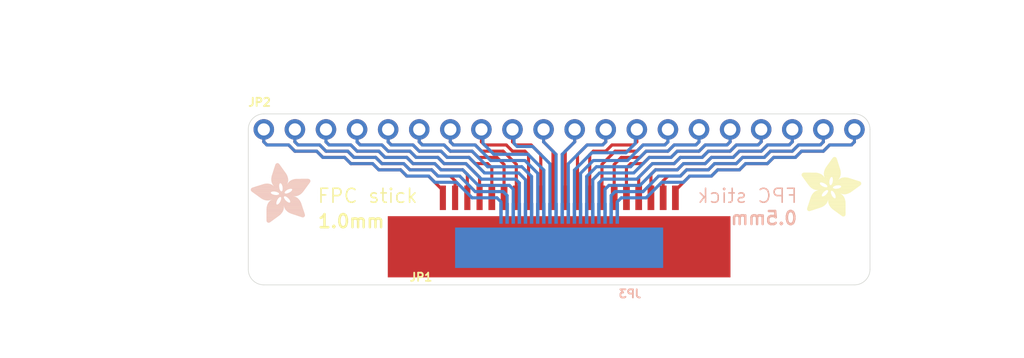
<source format=kicad_pcb>
(kicad_pcb (version 20221018) (generator pcbnew)
  (layers (0 "F.Cu" signal) (31 "B.Cu" signal) (34 "B.Paste" user) (35 "F.Paste" user) (36 "B.SilkS" user "B.Silkscreen") (37 "F.SilkS" user "F.Silkscreen") (38 "B.Mask" user) (39 "F.Mask" user) (44 "Edge.Cuts" user))
  (net 0 "")
  (net 1 "N$1")
  (net 2 "N$2")
  (net 3 "N$3")
  (net 4 "N$4")
  (net 5 "N$5")
  (net 6 "N$6")
  (net 7 "N$7")
  (net 8 "N$8")
  (net 9 "N$9")
  (net 10 "N$10")
  (net 11 "N$11")
  (net 12 "N$12")
  (net 13 "N$13")
  (net 14 "N$14")
  (net 15 "N$15")
  (net 16 "N$16")
  (net 17 "N$17")
  (net 18 "N$18")
  (net 19 "N$19")
  (net 20 "N$20")
  (footprint "working:1X20_ROUND" (layer "F.Cu") (at 148.5011 99.2886)
    (fp_text reference "JP2" (at -25.4762 -1.8288) (layer "F.SilkS") (effects (font (size 0.666496 0.666496) (thickness 0.146304)) (justify left bottom)))
    (fp_text value "")
    (pad "1" thru_hole circle (at -24.13 0 90) (size 1.6764 1.6764) (drill 1) (layers "*.Cu" "*.Mask") (net 1 "N$1"))
    (pad "2" thru_hole circle (at -21.59 0 90) (size 1.6764 1.6764) (drill 1) (layers "*.Cu" "*.Mask") (net 2 "N$2"))
    (pad "3" thru_hole circle (at -19.05 0 90) (size 1.6764 1.6764) (drill 1) (layers "*.Cu" "*.Mask") (net 3 "N$3"))
    (pad "4" thru_hole circle (at -16.51 0 90) (size 1.6764 1.6764) (drill 1) (layers "*.Cu" "*.Mask") (net 4 "N$4"))
    (pad "5" thru_hole circle (at -13.97 0 90) (size 1.6764 1.6764) (drill 1) (layers "*.Cu" "*.Mask") (net 5 "N$5"))
    (pad "6" thru_hole circle (at -11.43 0 90) (size 1.6764 1.6764) (drill 1) (layers "*.Cu" "*.Mask") (net 6 "N$6"))
    (pad "7" thru_hole circle (at -8.89 0 90) (size 1.6764 1.6764) (drill 1) (layers "*.Cu" "*.Mask") (net 7 "N$7"))
    (pad "8" thru_hole circle (at -6.35 0 90) (size 1.6764 1.6764) (drill 1) (layers "*.Cu" "*.Mask") (net 8 "N$8"))
    (pad "9" thru_hole circle (at -3.81 0 90) (size 1.6764 1.6764) (drill 1) (layers "*.Cu" "*.Mask") (net 9 "N$9"))
    (pad "10" thru_hole circle (at -1.27 0 90) (size 1.6764 1.6764) (drill 1) (layers "*.Cu" "*.Mask") (net 10 "N$10"))
    (pad "11" thru_hole circle (at 1.27 0 90) (size 1.6764 1.6764) (drill 1) (layers "*.Cu" "*.Mask") (net 11 "N$11"))
    (pad "12" thru_hole circle (at 3.81 0 90) (size 1.6764 1.6764) (drill 1) (layers "*.Cu" "*.Mask") (net 12 "N$12"))
    (pad "13" thru_hole circle (at 6.35 0 90) (size 1.6764 1.6764) (drill 1) (layers "*.Cu" "*.Mask") (net 13 "N$13"))
    (pad "14" thru_hole circle (at 8.89 0 90) (size 1.6764 1.6764) (drill 1) (layers "*.Cu" "*.Mask") (net 14 "N$14"))
    (pad "15" thru_hole circle (at 11.43 0 90) (size 1.6764 1.6764) (drill 1) (layers "*.Cu" "*.Mask") (net 15 "N$15"))
    (pad "16" thru_hole circle (at 13.97 0 90) (size 1.6764 1.6764) (drill 1) (layers "*.Cu" "*.Mask") (net 16 "N$16"))
    (pad "17" thru_hole circle (at 16.51 0 90) (size 1.6764 1.6764) (drill 1) (layers "*.Cu" "*.Mask") (net 17 "N$17"))
    (pad "18" thru_hole circle (at 19.05 0 90) (size 1.6764 1.6764) (drill 1) (layers "*.Cu" "*.Mask") (net 18 "N$18"))
    (pad "19" thru_hole circle (at 21.59 0 90) (size 1.6764 1.6764) (drill 1) (layers "*.Cu" "*.Mask") (net 19 "N$19"))
    (pad "20" thru_hole circle (at 24.13 0 90) (size 1.6764 1.6764) (drill 1) (layers "*.Cu" "*.Mask") (net 20 "N$20"))
  )
  (footprint "" (layer "F.Cu") (at 125.6411 109.4486)
    (fp_text reference "@HOLE0" hide)
    (fp_text value "" (at 0 0) (layer "F.SilkS") (effects (font (size 1.27 1.27))))
    (pad "" np_thru_hole circle (at 0 0) (size 3.2 3.2) (drill 3.2) (layers "*.Cu" "*.Mask"))
  )
  (footprint "working:ADAFRUIT_5MM" (layer "F.Cu") (at 168.3131 106.4006)
    (fp_text reference "U$2" hide)
    (fp_text value "" hide)
  )
  (footprint "" (layer "F.Cu") (at 171.3611 109.4486)
    (fp_text reference "@HOLE1" hide)
    (fp_text value "" (at 0 0) (layer "F.SilkS") (effects (font (size 1.27 1.27))))
    (pad "" np_thru_hole circle (at 0 0) (size 3.2 3.2) (drill 3.2) (layers "*.Cu" "*.Mask"))
  )
  (footprint "working:FPC_GENERIC_1.0MM_20PIN" (layer "F.Cu") (at 148.5011 104.8766)
    (fp_text reference "JP1" (at -12.286 6.873) (layer "F.SilkS") (effects (font (size 0.666496 0.666496) (thickness 0.146304)) (justify left bottom)))
    (fp_text value "")
    (pad "P$1" smd rect (at -9.5 0) (size 0.5 2) (layers "F.Cu" "F.Paste" "F.Mask") (net 1 "N$1"))
    (pad "P$2" smd rect (at -8.5 0) (size 0.5 2) (layers "F.Cu" "F.Paste" "F.Mask") (net 2 "N$2"))
    (pad "P$3" smd rect (at -7.5 0) (size 0.5 2) (layers "F.Cu" "F.Paste" "F.Mask") (net 3 "N$3"))
    (pad "P$4" smd rect (at -6.5 0) (size 0.5 2) (layers "F.Cu" "F.Paste" "F.Mask") (net 4 "N$4"))
    (pad "P$5" smd rect (at -5.5 0) (size 0.55 2) (layers "F.Cu" "F.Paste" "F.Mask") (net 5 "N$5"))
    (pad "P$6" smd rect (at -4.5 0) (size 0.55 2) (layers "F.Cu" "F.Paste" "F.Mask") (net 6 "N$6"))
    (pad "P$7" smd rect (at -3.5 0) (size 0.55 2) (layers "F.Cu" "F.Paste" "F.Mask") (net 7 "N$7"))
    (pad "P$8" smd rect (at -2.5 0) (size 0.55 2) (layers "F.Cu" "F.Paste" "F.Mask") (net 8 "N$8"))
    (pad "P$9" smd rect (at -1.5 0) (size 0.55 2) (layers "F.Cu" "F.Paste" "F.Mask") (net 9 "N$9"))
    (pad "P$10" smd rect (at -0.5 0) (size 0.55 2) (layers "F.Cu" "F.Paste" "F.Mask") (net 10 "N$10"))
    (pad "P$11" smd rect (at 0.5 0) (size 0.55 2) (layers "F.Cu" "F.Paste" "F.Mask") (net 11 "N$11"))
    (pad "P$12" smd rect (at 1.5 0) (size 0.55 2) (layers "F.Cu" "F.Paste" "F.Mask") (net 12 "N$12"))
    (pad "P$13" smd rect (at 2.5 0) (size 0.55 2) (layers "F.Cu" "F.Paste" "F.Mask") (net 13 "N$13"))
    (pad "P$14" smd rect (at 3.5 0) (size 0.55 2) (layers "F.Cu" "F.Paste" "F.Mask") (net 14 "N$14"))
    (pad "P$15" smd rect (at 4.5 0) (size 0.55 2) (layers "F.Cu" "F.Paste" "F.Mask") (net 15 "N$15"))
    (pad "P$16" smd rect (at 5.5 0) (size 0.55 2) (layers "F.Cu" "F.Paste" "F.Mask") (net 16 "N$16"))
    (pad "P$17" smd rect (at 6.5 0) (size 0.55 2) (layers "F.Cu" "F.Paste" "F.Mask") (net 17 "N$17"))
    (pad "P$18" smd rect (at 7.5 0) (size 0.55 2) (layers "F.Cu" "F.Paste" "F.Mask") (net 18 "N$18"))
    (pad "P$19" smd rect (at 8.5 0) (size 0.55 2) (layers "F.Cu" "F.Paste" "F.Mask") (net 19 "N$19"))
    (pad "P$20" smd rect (at 9.5 0) (size 0.55 2) (layers "F.Cu" "F.Paste" "F.Mask") (net 20 "N$20"))
    (pad "SUPPORT" smd rect (at 0 4) (size 28 5) (layers "F.Cu" "F.Paste" "F.Mask"))
  )
  (footprint "working:FPC_GENERIC_0.5MM_20PIN" (layer "B.Cu") (at 148.5011 109.9566 180)
    (fp_text reference "JP3" (at -4.786 -2.373) (layer "B.SilkS") (effects (font (size 0.666496 0.666496) (thickness 0.146304)) (justify right top mirror)))
    (fp_text value "")
    (pad "P$1" smd rect (at 4.75 3.81) (size 0.28 1.7) (layers "B.Cu" "B.Paste" "B.Mask") (net 1 "N$1"))
    (pad "P$2" smd rect (at 4.25 3.81) (size 0.28 1.7) (layers "B.Cu" "B.Paste" "B.Mask") (net 2 "N$2"))
    (pad "P$3" smd rect (at 3.75 3.81) (size 0.28 1.7) (layers "B.Cu" "B.Paste" "B.Mask") (net 3 "N$3"))
    (pad "P$4" smd rect (at 3.25 3.81) (size 0.28 1.7) (layers "B.Cu" "B.Paste" "B.Mask") (net 4 "N$4"))
    (pad "P$5" smd rect (at 2.75 3.81) (size 0.28 1.7) (layers "B.Cu" "B.Paste" "B.Mask") (net 5 "N$5"))
    (pad "P$6" smd rect (at 2.25 3.81) (size 0.28 1.7) (layers "B.Cu" "B.Paste" "B.Mask") (net 6 "N$6"))
    (pad "P$7" smd rect (at 1.75 3.81) (size 0.28 1.7) (layers "B.Cu" "B.Paste" "B.Mask") (net 7 "N$7"))
    (pad "P$8" smd rect (at 1.25 3.81) (size 0.28 1.7) (layers "B.Cu" "B.Paste" "B.Mask") (net 8 "N$8"))
    (pad "P$9" smd rect (at 0.75 3.81) (size 0.28 1.7) (layers "B.Cu" "B.Paste" "B.Mask") (net 9 "N$9"))
    (pad "P$10" smd rect (at 0.25 3.81) (size 0.28 1.7) (layers "B.Cu" "B.Paste" "B.Mask") (net 10 "N$10"))
    (pad "P$11" smd rect (at -0.25 3.81) (size 0.28 1.7) (layers "B.Cu" "B.Paste" "B.Mask") (net 11 "N$11"))
    (pad "P$12" smd rect (at -0.75 3.81) (size 0.28 1.7) (layers "B.Cu" "B.Paste" "B.Mask") (net 12 "N$12"))
    (pad "P$13" smd rect (at -1.25 3.81) (size 0.28 1.7) (layers "B.Cu" "B.Paste" "B.Mask") (net 13 "N$13"))
    (pad "P$14" smd rect (at -1.75 3.81) (size 0.28 1.7) (layers "B.Cu" "B.Paste" "B.Mask") (net 14 "N$14"))
    (pad "P$15" smd rect (at -2.25 3.81) (size 0.28 1.7) (layers "B.Cu" "B.Paste" "B.Mask") (net 15 "N$15"))
    (pad "P$16" smd rect (at -2.75 3.81) (size 0.28 1.7) (layers "B.Cu" "B.Paste" "B.Mask") (net 16 "N$16"))
    (pad "P$17" smd rect (at -3.25 3.81) (size 0.28 1.7) (layers "B.Cu" "B.Paste" "B.Mask") (net 17 "N$17"))
    (pad "P$18" smd rect (at -3.75 3.81) (size 0.28 1.7) (layers "B.Cu" "B.Paste" "B.Mask") (net 18 "N$18"))
    (pad "P$19" smd rect (at -4.25 3.81) (size 0.28 1.7) (layers "B.Cu" "B.Paste" "B.Mask") (net 19 "N$19"))
    (pad "P$20" smd rect (at -4.75 3.81) (size 0.28 1.7) (layers "B.Cu" "B.Paste" "B.Mask") (net 20 "N$20"))
    (pad "SUPPORT" smd rect (at 0 1) (size 17 3.3) (layers "B.Cu" "B.Paste" "B.Mask"))
  )
  (footprint "working:ADAFRUIT_5MM" (layer "B.Cu") (at 128.1811 106.9086 180)
    (fp_text reference "U$3" hide)
    (fp_text value "" hide)
  )
  (gr_arc (start 172.6311 98.0186) (mid 173.529126 98.390574) (end 173.9011 99.2886) (stroke (width 0.05)) (layer "Edge.Cuts"))
  (gr_arc (start 124.3711 111.9886) (mid 123.473074 111.616626) (end 123.1011 110.7186) (stroke (width 0.05)) (layer "Edge.Cuts"))
  (gr_line (start 172.6311 98.0186) (end 124.3711 98.0186) (stroke (width 0.05)) (layer "Edge.Cuts"))
  (gr_line (start 173.9011 110.7186) (end 173.9011 99.2886) (stroke (width 0.05)) (layer "Edge.Cuts"))
  (gr_arc (start 123.1011 99.2886) (mid 123.473074 98.390574) (end 124.3711 98.0186) (stroke (width 0.05)) (layer "Edge.Cuts"))
  (gr_line (start 123.1011 99.2886) (end 123.1011 110.7186) (stroke (width 0.05)) (layer "Edge.Cuts"))
  (gr_line (start 124.3711 111.9886) (end 172.6311 111.9886) (stroke (width 0.05)) (layer "Edge.Cuts"))
  (gr_arc (start 173.9011 110.7186) (mid 173.529126 111.616626) (end 172.6311 111.9886) (stroke (width 0.05)) (layer "Edge.Cuts"))
  (gr_text "FPC stick" (at 168.0591 105.3846) (layer "B.SilkS") (effects (font (size 1.143 1.143) (thickness 0.127)) (justify left bottom mirror)))
  (gr_text "0.5mm" (at 168.0591 107.1626) (layer "B.SilkS") (effects (font (size 1.0668 1.0668) (thickness 0.2032)) (justify left bottom mirror)))
  (gr_text "1.0mm" (at 128.6891 107.4166) (layer "F.SilkS") (effects (font (size 1.0668 1.0668) (thickness 0.2032)) (justify left bottom)))
  (gr_text "FPC stick" (at 128.6891 105.3846) (layer "F.SilkS") (effects (font (size 1.143 1.143) (thickness 0.127)) (justify left bottom)))
  (segment (start 133.7691 102.5906) (end 133.2611 102.0826) (width 0.254) (layer "F.Cu") (net 1))
  (segment (start 126.9111 101.0666) (end 126.4031 100.5586) (width 0.254) (layer "F.Cu") (net 1))
  (segment (start 139.0011 104.8766) (end 139.0011 104.2666) (width 0.254) (layer "F.Cu") (net 1))
  (segment (start 124.3711 100.3046) (end 124.3711 99.2886) (width 0.254) (layer "F.Cu") (net 1))
  (segment (start 139.0011 104.2666) (end 137.8331 103.0986) (width 0.254) (layer "F.Cu") (net 1))
  (segment (start 130.9751 101.5746) (end 129.1971 101.5746) (width 0.254) (layer "F.Cu") (net 1))
  (segment (start 124.6251 100.5586) (end 124.3711 100.3046) (width 0.254) (layer "F.Cu") (net 1))
  (segment (start 129.1971 101.5746) (end 128.6891 101.0666) (width 0.254) (layer "F.Cu") (net 1))
  (segment (start 131.4831 102.0826) (end 130.9751 101.5746) (width 0.254) (layer "F.Cu") (net 1))
  (segment (start 136.0551 103.0986) (end 135.5471 102.5906) (width 0.254) (layer "F.Cu") (net 1))
  (segment (start 128.6891 101.0666) (end 126.9111 101.0666) (width 0.254) (layer "F.Cu") (net 1))
  (segment (start 135.5471 102.5906) (end 133.7691 102.5906) (width 0.254) (layer "F.Cu") (net 1))
  (segment (start 126.4031 100.5586) (end 124.6251 100.5586) (width 0.254) (layer "F.Cu") (net 1))
  (segment (start 137.8331 103.0986) (end 136.0551 103.0986) (width 0.254) (layer "F.Cu") (net 1))
  (segment (start 133.2611 102.0826) (end 131.4831 102.0826) (width 0.254) (layer "F.Cu") (net 1))
  (segment (start 140.1191 103.6066) (end 138.3411 103.6066) (width 0.254) (layer "B.Cu") (net 1))
  (segment (start 133.7691 102.5906) (end 133.2611 102.0826) (width 0.254) (layer "B.Cu") (net 1))
  (segment (start 137.8331 103.0986) (end 136.0551 103.0986) (width 0.254) (layer "B.Cu") (net 1))
  (segment (start 124.3711 100.3046) (end 124.3711 99.2886) (width 0.254) (layer "B.Cu") (net 1))
  (segment (start 143.7511 106.1466) (end 143.7511 105.2066) (width 0.254) (layer "B.Cu") (net 1))
  (segment (start 133.2611 102.0826) (end 131.4831 102.0826) (width 0.254) (layer "B.Cu") (net 1))
  (segment (start 126.9111 101.0666) (end 126.4031 100.5586) (width 0.254) (layer "B.Cu") (net 1))
  (segment (start 138.3411 103.6066) (end 137.8331 103.0986) (width 0.254) (layer "B.Cu") (net 1))
  (segment (start 124.6251 100.5586) (end 124.3711 100.3046) (width 0.254) (layer "B.Cu") (net 1))
  (segment (start 128.6891 101.0666) (end 126.9111 101.0666) (width 0.254) (layer "B.Cu") (net 1))
  (segment (start 141.3891 104.8766) (end 140.1191 103.6066) (width 0.254) (layer "B.Cu") (net 1))
  (segment (start 143.7511 105.2066) (end 143.4211 104.8766) (width 0.254) (layer "B.Cu") (net 1))
  (segment (start 136.0551 103.0986) (end 135.5471 102.5906) (width 0.254) (layer "B.Cu") (net 1))
  (segment (start 135.5471 102.5906) (end 133.7691 102.5906) (width 0.254) (layer "B.Cu") (net 1))
  (segment (start 129.1971 101.5746) (end 128.6891 101.0666) (width 0.254) (layer "B.Cu") (net 1))
  (segment (start 130.9751 101.5746) (end 129.1971 101.5746) (width 0.254) (layer "B.Cu") (net 1))
  (segment (start 131.4831 102.0826) (end 130.9751 101.5746) (width 0.254) (layer "B.Cu") (net 1))
  (segment (start 143.4211 104.8766) (end 141.3891 104.8766) (width 0.254) (layer "B.Cu") (net 1))
  (segment (start 126.4031 100.5586) (end 124.6251 100.5586) (width 0.254) (layer "B.Cu") (net 1))
  (segment (start 140.0011 103.4886) (end 139.6111 103.0986) (width 0.254) (layer "F.Cu") (net 2))
  (segment (start 133.5151 101.5746) (end 131.7371 101.5746) (width 0.254) (layer "F.Cu") (net 2))
  (segment (start 138.0871 102.5906) (end 136.3091 102.5906) (width 0.254) (layer "F.Cu") (net 2))
  (segment (start 128.9431 100.5586) (end 127.1651 100.5586) (width 0.254) (layer "F.Cu") (net 2))
  (segment (start 136.3091 102.5906) (end 135.8011 102.0826) (width 0.254) (layer "F.Cu") (net 2))
  (segment (start 138.5951 103.0986) (end 138.0871 102.5906) (width 0.254) (layer "F.Cu") (net 2))
  (segment (start 129.4511 101.0666) (end 128.9431 100.5586) (width 0.254) (layer "F.Cu") (net 2))
  (segment (start 140.0011 104.8766) (end 140.0011 103.4886) (width 0.254) (layer "F.Cu") (net 2))
  (segment (start 139.6111 103.0986) (end 138.5951 103.0986) (width 0.254) (layer "F.Cu") (net 2))
  (segment (start 131.2291 101.0666) (end 129.4511 101.0666) (width 0.254) (layer "F.Cu") (net 2))
  (segment (start 127.1651 100.5586) (end 126.9111 100.3046) (width 0.254) (layer "F.Cu") (net 2))
  (segment (start 126.9111 100.3046) (end 126.9111 99.2886) (width 0.254) (layer "F.Cu") (net 2))
  (segment (start 134.0231 102.0826) (end 133.5151 101.5746) (width 0.254) (layer "F.Cu") (net 2))
  (segment (start 135.8011 102.0826) (end 134.0231 102.0826) (width 0.254) (layer "F.Cu") (net 2))
  (segment (start 131.7371 101.5746) (end 131.2291 101.0666) (width 0.254) (layer "F.Cu") (net 2))
  (segment (start 128.9431 100.5586) (end 127.1651 100.5586) (width 0.254) (layer "B.Cu") (net 2))
  (segment (start 127.1651 100.5586) (end 126.9111 100.3046) (width 0.254) (layer "B.Cu") (net 2))
  (segment (start 144.2511 106.1466) (end 144.2511 104.6906) (width 0.254) (layer "B.Cu") (net 2))
  (segment (start 131.2291 101.0666) (end 129.4511 101.0666) (width 0.254) (layer "B.Cu") (net 2))
  (segment (start 126.9111 100.3046) (end 126.9111 99.2886) (width 0.254) (layer "B.Cu") (net 2))
  (segment (start 133.5151 101.5746) (end 131.7371 101.5746) (width 0.254) (layer "B.Cu") (net 2))
  (segment (start 140.3731 103.0986) (end 138.5951 103.0986) (width 0.254) (layer "B.Cu") (net 2))
  (segment (start 134.0231 102.0826) (end 133.5151 101.5746) (width 0.254) (layer "B.Cu") (net 2))
  (segment (start 138.5951 103.0986) (end 138.0871 102.5906) (width 0.254) (layer "B.Cu") (net 2))
  (segment (start 135.8011 102.0826) (end 134.0231 102.0826) (width 0.254) (layer "B.Cu") (net 2))
  (segment (start 141.6431 104.3686) (end 140.3731 103.0986) (width 0.254) (layer "B.Cu") (net 2))
  (segment (start 138.0871 102.5906) (end 136.3091 102.5906) (width 0.254) (layer "B.Cu") (net 2))
  (segment (start 144.2511 104.6906) (end 143.9291 104.3686) (width 0.254) (layer "B.Cu") (net 2))
  (segment (start 131.7371 101.5746) (end 131.2291 101.0666) (width 0.254) (layer "B.Cu") (net 2))
  (segment (start 129.4511 101.0666) (end 128.9431 100.5586) (width 0.254) (layer "B.Cu") (net 2))
  (segment (start 143.9291 104.3686) (end 141.6431 104.3686) (width 0.254) (layer "B.Cu") (net 2))
  (segment (start 136.3091 102.5906) (end 135.8011 102.0826) (width 0.254) (layer "B.Cu") (net 2))
  (segment (start 131.9911 101.0666) (end 131.4831 100.5586) (width 0.254) (layer "F.Cu") (net 3))
  (segment (start 136.5631 102.0826) (end 136.0551 101.5746) (width 0.254) (layer "F.Cu") (net 3))
  (segment (start 140.6271 102.5906) (end 138.8491 102.5906) (width 0.254) (layer "F.Cu") (net 3))
  (segment (start 131.4831 100.5586) (end 129.7051 100.5586) (width 0.254) (layer "F.Cu") (net 3))
  (segment (start 141.0011 104.8766) (end 141.0011 102.9646) (width 0.254) (layer "F.Cu") (net 3))
  (segment (start 129.7051 100.5586) (end 129.4511 100.3046) (width 0.254) (layer "F.Cu") (net 3))
  (segment (start 141.0011 102.9646) (end 140.6271 102.5906) (width 0.254) (layer "F.Cu") (net 3))
  (segment (start 133.7691 101.0666) (end 131.9911 101.0666) (width 0.254) (layer "F.Cu") (net 3))
  (segment (start 129.4511 100.3046) (end 129.4511 99.2886) (width 0.254) (layer "F.Cu") (net 3))
  (segment (start 136.0551 101.5746) (end 134.2771 101.5746) (width 0.254) (layer "F.Cu") (net 3))
  (segment (start 138.8491 102.5906) (end 138.3411 102.0826) (width 0.254) (layer "F.Cu") (net 3))
  (segment (start 134.2771 101.5746) (end 133.7691 101.0666) (width 0.254) (layer "F.Cu") (net 3))
  (segment (start 138.3411 102.0826) (end 136.5631 102.0826) (width 0.254) (layer "F.Cu") (net 3))
  (segment (start 144.7511 104.1746) (end 144.4371 103.8606) (width 0.254) (layer "B.Cu") (net 3))
  (segment (start 144.7511 106.1466) (end 144.7511 104.1746) (width 0.254) (layer "B.Cu") (net 3))
  (segment (start 138.8491 102.5906) (end 138.3411 102.0826) (width 0.254) (layer "B.Cu") (net 3))
  (segment (start 129.7051 100.5586) (end 129.4511 100.3046) (width 0.254) (layer "B.Cu") (net 3))
  (segment (start 136.0551 101.5746) (end 134.2771 101.5746) (width 0.254) (layer "B.Cu") (net 3))
  (segment (start 134.2771 101.5746) (end 133.7691 101.0666) (width 0.254) (layer "B.Cu") (net 3))
  (segment (start 138.3411 102.0826) (end 136.5631 102.0826) (width 0.254) (layer "B.Cu") (net 3))
  (segment (start 140.6271 102.5906) (end 138.8491 102.5906) (width 0.254) (layer "B.Cu") (net 3))
  (segment (start 136.5631 102.0826) (end 136.0551 101.5746) (width 0.254) (layer "B.Cu") (net 3))
  (segment (start 131.4831 100.5586) (end 129.7051 100.5586) (width 0.254) (layer "B.Cu") (net 3))
  (segment (start 141.8971 103.8606) (end 140.6271 102.5906) (width 0.254) (layer "B.Cu") (net 3))
  (segment (start 133.7691 101.0666) (end 131.9911 101.0666) (width 0.254) (layer "B.Cu") (net 3))
  (segment (start 129.4511 100.3046) (end 129.4511 99.2886) (width 0.254) (layer "B.Cu") (net 3))
  (segment (start 131.9911 101.0666) (end 131.4831 100.5586) (width 0.254) (layer "B.Cu") (net 3))
  (segment (start 144.4371 103.8606) (end 141.8971 103.8606) (width 0.254) (layer "B.Cu") (net 3))
  (segment (start 139.1031 102.0826) (end 138.5951 101.5746) (width 0.254) (layer "F.Cu") (net 4))
  (segment (start 142.0011 103.2026) (end 140.8811 102.0826) (width 0.254) (layer "F.Cu") (net 4))
  (segment (start 136.3091 101.0666) (end 134.5311 101.0666) (width 0.254) (layer "F.Cu") (net 4))
  (segment (start 134.5311 101.0666) (end 134.0231 100.5586) (width 0.254) (layer "F.Cu") (net 4))
  (segment (start 136.8171 101.5746) (end 136.3091 101.0666) (width 0.254) (layer "F.Cu") (net 4))
  (segment (start 138.5951 101.5746) (end 136.8171 101.5746) (width 0.254) (layer "F.Cu") (net 4))
  (segment (start 131.9911 100.3046) (end 131.9911 99.2886) (width 0.254) (layer "F.Cu") (net 4))
  (segment (start 134.0231 100.5586) (end 132.2451 100.5586) (width 0.254) (layer "F.Cu") (net 4))
  (segment (start 142.0011 104.8766) (end 142.0011 103.2026) (width 0.254) (layer "F.Cu") (net 4))
  (segment (start 140.8811 102.0826) (end 139.1031 102.0826) (width 0.254) (layer "F.Cu") (net 4))
  (segment (start 132.2451 100.5586) (end 131.9911 100.3046) (width 0.254) (layer "F.Cu") (net 4))
  (segment (start 131.9911 100.3046) (end 131.9911 99.2886) (width 0.254) (layer "B.Cu") (net 4))
  (segment (start 145.2511 103.6586) (end 144.9451 103.3526) (width 0.254) (layer "B.Cu") (net 4))
  (segment (start 136.8171 101.5746) (end 136.3091 101.0666) (width 0.254) (layer "B.Cu") (net 4))
  (segment (start 142.1511 103.3526) (end 140.8811 102.0826) (width 0.254) (layer "B.Cu") (net 4))
  (segment (start 134.0231 100.5586) (end 132.2451 100.5586) (width 0.254) (layer "B.Cu") (net 4))
  (segment (start 144.9451 103.3526) (end 142.1511 103.3526) (width 0.254) (layer "B.Cu") (net 4))
  (segment (start 145.2511 106.1466) (end 145.2511 103.6586) (width 0.254) (layer "B.Cu") (net 4))
  (segment (start 138.5951 101.5746) (end 136.8171 101.5746) (width 0.254) (layer "B.Cu") (net 4))
  (segment (start 136.3091 101.0666) (end 134.5311 101.0666) (width 0.254) (layer "B.Cu") (net 4))
  (segment (start 139.1031 102.0826) (end 138.5951 101.5746) (width 0.254) (layer "B.Cu") (net 4))
  (segment (start 134.5311 101.0666) (end 134.0231 100.5586) (width 0.254) (layer "B.Cu") (net 4))
  (segment (start 140.8811 102.0826) (end 139.1031 102.0826) (width 0.254) (layer "B.Cu") (net 4))
  (segment (start 132.2451 100.5586) (end 131.9911 100.3046) (width 0.254) (layer "B.Cu") (net 4))
  (segment (start 134.7851 100.5586) (end 134.5311 100.3046) (width 0.254) (layer "F.Cu") (net 5))
  (segment (start 141.1351 101.5746) (end 139.3571 101.5746) (width 0.254) (layer "F.Cu") (net 5))
  (segment (start 138.8491 101.0666) (end 137.0711 101.0666) (width 0.254) (layer "F.Cu") (net 5))
  (segment (start 143.0011 102.4246) (end 142.6591 102.0826) (width 0.254) (layer "F.Cu") (net 5))
  (segment (start 143.0011 104.8766) (end 143.0011 102.4246) (width 0.254) (layer "F.Cu") (net 5))
  (segment (start 134.5311 100.3046) (end 134.5311 99.2886) (width 0.254) (layer "F.Cu") (net 5))
  (segment (start 137.0711 101.0666) (end 136.5631 100.5586) (width 0.254) (layer "F.Cu") (net 5))
  (segment (start 141.6431 102.0826) (end 141.1351 101.5746) (width 0.254) (layer "F.Cu") (net 5))
  (segment (start 136.5631 100.5586) (end 134.7851 100.5586) (width 0.254) (layer "F.Cu") (net 5))
  (segment (start 142.6591 102.0826) (end 141.6431 102.0826) (width 0.254) (layer "F.Cu") (net 5))
  (segment (start 139.3571 101.5746) (end 138.8491 101.0666) (width 0.254) (layer "F.Cu") (net 5))
  (segment (start 145.7511 106.1466) (end 145.7511 103.3966) (width 0.254) (layer "B.Cu") (net 5))
  (segment (start 134.7851 100.5586) (end 134.5311 100.3046) (width 0.254) (layer "B.Cu") (net 5))
  (segment (start 138.8491 101.0666) (end 137.0711 101.0666) (width 0.254) (layer "B.Cu") (net 5))
  (segment (start 145.1991 102.8446) (end 142.4051 102.8446) (width 0.254) (layer "B.Cu") (net 5))
  (segment (start 136.5631 100.5586) (end 134.7851 100.5586) (width 0.254) (layer "B.Cu") (net 5))
  (segment (start 134.5311 100.3046) (end 134.5311 99.2886) (width 0.254) (layer "B.Cu") (net 5))
  (segment (start 141.1351 101.5746) (end 139.3571 101.5746) (width 0.254) (layer "B.Cu") (net 5))
  (segment (start 139.3571 101.5746) (end 138.8491 101.0666) (width 0.254) (layer "B.Cu") (net 5))
  (segment (start 145.7511 103.3966) (end 145.1991 102.8446) (width 0.254) (layer "B.Cu") (net 5))
  (segment (start 142.4051 102.8446) (end 141.1351 101.5746) (width 0.254) (layer "B.Cu") (net 5))
  (segment (start 137.0711 101.0666) (end 136.5631 100.5586) (width 0.254) (layer "B.Cu") (net 5))
  (segment (start 141.3891 101.0666) (end 139.6111 101.0666) (width 0.254) (layer "F.Cu") (net 6))
  (segment (start 141.8971 101.5746) (end 141.3891 101.0666) (width 0.254) (layer "F.Cu") (net 6))
  (segment (start 139.1031 100.5586) (end 137.3251 100.5586) (width 0.254) (layer "F.Cu") (net 6))
  (segment (start 137.0711 100.3046) (end 137.0711 99.2886) (width 0.254) (layer "F.Cu") (net 6))
  (segment (start 144.0011 102.1546) (end 143.4211 101.5746) (width 0.254) (layer "F.Cu") (net 6))
  (segment (start 137.3251 100.5586) (end 137.0711 100.3046) (width 0.254) (layer "F.Cu") (net 6))
  (segment (start 143.4211 101.5746) (end 141.8971 101.5746) (width 0.254) (layer "F.Cu") (net 6))
  (segment (start 139.6111 101.0666) (end 139.1031 100.5586) (width 0.254) (layer "F.Cu") (net 6))
  (segment (start 144.0011 104.8766) (end 144.0011 102.1546) (width 0.254) (layer "F.Cu") (net 6))
  (segment (start 142.6591 102.3366) (end 141.3891 101.0666) (width 0.254) (layer "B.Cu") (net 6))
  (segment (start 137.3251 100.5586) (end 137.0711 100.3046) (width 0.254) (layer "B.Cu") (net 6))
  (segment (start 139.1031 100.5586) (end 137.3251 100.5586) (width 0.254) (layer "B.Cu") (net 6))
  (segment (start 137.0711 100.3046) (end 137.0711 99.2886) (width 0.254) (layer "B.Cu") (net 6))
  (segment (start 145.4531 102.3366) (end 142.6591 102.3366) (width 0.254) (layer "B.Cu") (net 6))
  (segment (start 146.2511 106.1466) (end 146.2511 103.1346) (width 0.254) (layer "B.Cu") (net 6))
  (segment (start 139.6111 101.0666) (end 139.1031 100.5586) (width 0.254) (layer "B.Cu") (net 6))
  (segment (start 141.3891 101.0666) (end 139.6111 101.0666) (width 0.254) (layer "B.Cu") (net 6))
  (segment (start 146.2511 103.1346) (end 145.4531 102.3366) (width 0.254) (layer "B.Cu") (net 6))
  (segment (start 141.6431 100.5586) (end 139.8651 100.5586) (width 0.254) (layer "F.Cu") (net 7))
  (segment (start 145.0011 102.1386) (end 143.9291 101.0666) (width 0.254) (layer "F.Cu") (net 7))
  (segment (start 143.9291 101.0666) (end 142.1511 101.0666) (width 0.254) (layer "F.Cu") (net 7))
  (segment (start 142.1511 101.0666) (end 141.6431 100.5586) (width 0.254) (layer "F.Cu") (net 7))
  (segment (start 139.8651 100.5586) (end 139.6111 100.3046) (width 0.254) (layer "F.Cu") (net 7))
  (segment (start 139.6111 100.3046) (end 139.6111 99.2886) (width 0.254) (layer "F.Cu") (net 7))
  (segment (start 145.0011 104.8766) (end 145.0011 102.1386) (width 0.254) (layer "F.Cu") (net 7))
  (segment (start 139.6111 100.3046) (end 139.6111 99.2886) (width 0.254) (layer "B.Cu") (net 7))
  (segment (start 142.9131 101.8286) (end 141.6431 100.5586) (width 0.254) (layer "B.Cu") (net 7))
  (segment (start 146.7511 102.8726) (end 145.7071 101.8286) (width 0.254) (layer "B.Cu") (net 7))
  (segment (start 146.7511 106.1466) (end 146.7511 102.8726) (width 0.254) (layer "B.Cu") (net 7))
  (segment (start 139.8651 100.5586) (end 139.6111 100.3046) (width 0.254) (layer "B.Cu") (net 7))
  (segment (start 145.7071 101.8286) (end 142.9131 101.8286) (width 0.254) (layer "B.Cu") (net 7))
  (segment (start 141.6431 100.5586) (end 139.8651 100.5586) (width 0.254) (layer "B.Cu") (net 7))
  (segment (start 142.4051 100.5586) (end 142.1511 100.3046) (width 0.254) (layer "F.Cu") (net 8))
  (segment (start 142.1511 100.3046) (end 142.1511 99.2886) (width 0.254) (layer "F.Cu") (net 8))
  (segment (start 146.0011 101.3606) (end 145.7071 101.0666) (width 0.254) (layer "F.Cu") (net 8))
  (segment (start 144.6911 101.0666) (end 144.1831 100.5586) (width 0.254) (layer "F.Cu") (net 8))
  (segment (start 144.1831 100.5586) (end 142.4051 100.5586) (width 0.254) (layer "F.Cu") (net 8))
  (segment (start 146.0011 104.8766) (end 146.0011 101.3606) (width 0.254) (layer "F.Cu") (net 8))
  (segment (start 145.7071 101.0666) (end 144.6911 101.0666) (width 0.254) (layer "F.Cu") (net 8))
  (segment (start 147.2511 106.1466) (end 147.2511 102.6106) (width 0.254) (layer "B.Cu") (net 8))
  (segment (start 147.2511 102.6106) (end 145.9611 101.3206) (width 0.254) (layer "B.Cu") (net 8))
  (segment (start 143.1671 101.3206) (end 142.2781 100.4316) (width 0.254) (layer "B.Cu") (net 8))
  (segment (start 142.2781 99.4156) (end 142.1511 99.2886) (width 0.254) (layer "B.Cu") (net 8))
  (segment (start 145.9611 101.3206) (end 143.1671 101.3206) (width 0.254) (layer "B.Cu") (net 8))
  (segment (start 142.2781 100.4316) (end 142.2781 99.4156) (width 0.254) (layer "B.Cu") (net 8))
  (segment (start 147.0011 104.8766) (end 147.0011 101.3446) (width 0.254) (layer "F.Cu") (net 9))
  (segment (start 144.9451 100.5586) (end 144.6911 100.3046) (width 0.254) (layer "F.Cu") (net 9))
  (segment (start 144.6911 100.3046) (end 144.6911 99.2886) (width 0.254) (layer "F.Cu") (net 9))
  (segment (start 147.0011 101.3446) (end 146.2151 100.5586) (width 0.254) (layer "F.Cu") (net 9))
  (segment (start 146.2151 100.5586) (end 144.9451 100.5586) (width 0.254) (layer "F.Cu") (net 9))
  (segment (start 146.3421 100.6856) (end 145.0721 100.6856) (width 0.254) (layer "B.Cu") (net 9))
  (segment (start 147.7511 102.0946) (end 146.3421 100.6856) (width 0.254) (layer "B.Cu") (net 9))
  (segment (start 144.8181 99.4156) (end 144.6911 99.2886) (width 0.254) (layer "B.Cu") (net 9))
  (segment (start 147.7511 106.1466) (end 147.7511 102.0946) (width 0.254) (layer "B.Cu") (net 9))
  (segment (start 144.8181 100.4316) (end 144.8181 99.4156) (width 0.254) (layer "B.Cu") (net 9))
  (segment (start 145.0721 100.6856) (end 144.8181 100.4316) (width 0.254) (layer "B.Cu") (net 9))
  (segment (start 148.0011 101.0746) (end 147.2311 100.3046) (width 0.254) (layer "F.Cu") (net 10))
  (segment (start 147.2311 100.3046) (end 147.2311 99.2886) (width 0.254) (layer "F.Cu") (net 10))
  (segment (start 148.0011 104.8766) (end 148.0011 101.0746) (width 0.254) (layer "F.Cu") (net 10))
  (segment (start 148.2511 106.1466) (end 148.2511 101.3246) (width 0.254) (layer "B.Cu") (net 10))
  (segment (start 148.2511 101.3246) (end 147.2311 100.3046) (width 0.254) (layer "B.Cu") (net 10))
  (segment (start 147.2311 100.3046) (end 147.2311 99.2886) (width 0.254) (layer "B.Cu") (net 10))
  (segment (start 149.0011 101.0746) (end 149.7711 100.3046) (width 0.254) (layer "F.Cu") (net 11))
  (segment (start 149.7711 100.3046) (end 149.7711 99.2886) (width 0.254) (layer "F.Cu") (net 11))
  (segment (start 149.0011 104.8766) (end 149.0011 101.0746) (width 0.254) (layer "F.Cu") (net 11))
  (segment (start 149.7711 100.3046) (end 149.7711 99.2886) (width 0.254) (layer "B.Cu") (net 11))
  (segment (start 148.7511 101.3246) (end 149.7711 100.3046) (width 0.254) (layer "B.Cu") (net 11))
  (segment (start 148.7511 106.1466) (end 148.7511 101.3246) (width 0.254) (layer "B.Cu") (net 11))
  (segment (start 150.7871 100.5586) (end 152.0571 100.5586) (width 0.254) (layer "F.Cu") (net 12))
  (segment (start 152.0571 100.5586) (end 152.3111 100.3046) (width 0.254) (layer "F.Cu") (net 12))
  (segment (start 150.0011 104.8766) (end 150.0011 101.3446) (width 0.254) (layer "F.Cu") (net 12))
  (segment (start 152.3111 100.3046) (end 152.3111 99.2886) (width 0.254) (layer "F.Cu") (net 12))
  (segment (start 150.0011 101.3446) (end 150.7871 100.5586) (width 0.254) (layer "F.Cu") (net 12))
  (segment (start 152.0571 100.5586) (end 152.3111 100.3046) (width 0.254) (layer "B.Cu") (net 12))
  (segment (start 150.7871 100.5586) (end 152.0571 100.5586) (width 0.254) (layer "B.Cu") (net 12))
  (segment (start 149.2511 102.0946) (end 150.7871 100.5586) (width 0.254) (layer "B.Cu") (net 12))
  (segment (start 149.2511 106.1466) (end 149.2511 102.0946) (width 0.254) (layer "B.Cu") (net 12))
  (segment (start 152.3111 100.3046) (end 152.3111 99.2886) (width 0.254) (layer "B.Cu") (net 12))
  (segment (start 151.0011 104.8766) (end 151.0011 101.3606) (width 0.254) (layer "F.Cu") (net 13))
  (segment (start 151.2951 101.0666) (end 152.3111 101.0666) (width 0.254) (layer "F.Cu") (net 13))
  (segment (start 154.5971 100.5586) (end 154.8511 100.3046) (width 0.254) (layer "F.Cu") (net 13))
  (segment (start 152.8191 100.5586) (end 154.5971 100.5586) (width 0.254) (layer "F.Cu") (net 13))
  (segment (start 151.0011 101.3606) (end 151.2951 101.0666) (width 0.254) (layer "F.Cu") (net 13))
  (segment (start 152.3111 101.0666) (end 152.8191 100.5586) (width 0.254) (layer "F.Cu") (net 13))
  (segment (start 154.8511 100.3046) (end 154.8511 99.2886) (width 0.254) (layer "F.Cu") (net 13))
  (segment (start 149.7511 102.6106) (end 151.1681 101.1936) (width 0.254) (layer "B.Cu") (net 13))
  (segment (start 154.7241 99.4156) (end 154.8511 99.2886) (width 0.254) (layer "B.Cu") (net 13))
  (segment (start 154.7241 100.4316) (end 154.7241 99.4156) (width 0.254) (layer "B.Cu") (net 13))
  (segment (start 153.9621 101.1936) (end 154.7241 100.4316) (width 0.254) (layer "B.Cu") (net 13))
  (segment (start 151.1681 101.1936) (end 153.9621 101.1936) (width 0.254) (layer "B.Cu") (net 13))
  (segment (start 149.7511 106.1466) (end 149.7511 102.6106) (width 0.254) (layer "B.Cu") (net 13))
  (segment (start 154.8511 101.0666) (end 155.3591 100.5586) (width 0.254) (layer "F.Cu") (net 14))
  (segment (start 157.3911 100.3046) (end 157.3911 99.2886) (width 0.254) (layer "F.Cu") (net 14))
  (segment (start 155.3591 100.5586) (end 157.1371 100.5586) (width 0.254) (layer "F.Cu") (net 14))
  (segment (start 153.0731 101.0666) (end 154.8511 101.0666) (width 0.254) (layer "F.Cu") (net 14))
  (segment (start 157.1371 100.5586) (end 157.3911 100.3046) (width 0.254) (layer "F.Cu") (net 14))
  (segment (start 152.0011 104.8766) (end 152.0011 102.1386) (width 0.254) (layer "F.Cu") (net 14))
  (segment (start 152.0011 102.1386) (end 153.0731 101.0666) (width 0.254) (layer "F.Cu") (net 14))
  (segment (start 154.0891 101.8286) (end 155.3591 100.5586) (width 0.254) (layer "B.Cu") (net 14))
  (segment (start 150.2511 102.8726) (end 151.2951 101.8286) (width 0.254) (layer "B.Cu") (net 14))
  (segment (start 157.1371 100.5586) (end 157.3911 100.3046) (width 0.254) (layer "B.Cu") (net 14))
  (segment (start 155.3591 100.5586) (end 157.1371 100.5586) (width 0.254) (layer "B.Cu") (net 14))
  (segment (start 150.2511 106.1466) (end 150.2511 102.8726) (width 0.254) (layer "B.Cu") (net 14))
  (segment (start 151.2951 101.8286) (end 154.0891 101.8286) (width 0.254) (layer "B.Cu") (net 14))
  (segment (start 157.3911 100.3046) (end 157.3911 99.2886) (width 0.254) (layer "B.Cu") (net 14))
  (segment (start 153.0011 104.8766) (end 153.0011 102.1546) (width 0.254) (layer "F.Cu") (net 15))
  (segment (start 159.9311 100.3046) (end 159.9311 99.2886) (width 0.254) (layer "F.Cu") (net 15))
  (segment (start 155.6131 101.0666) (end 157.3911 101.0666) (width 0.254) (layer "F.Cu") (net 15))
  (segment (start 157.8991 100.5586) (end 159.6771 100.5586) (width 0.254) (layer "F.Cu") (net 15))
  (segment (start 153.5811 101.5746) (end 155.1051 101.5746) (width 0.254) (layer "F.Cu") (net 15))
  (segment (start 153.0011 102.1546) (end 153.5811 101.5746) (width 0.254) (layer "F.Cu") (net 15))
  (segment (start 155.1051 101.5746) (end 155.6131 101.0666) (width 0.254) (layer "F.Cu") (net 15))
  (segment (start 157.3911 101.0666) (end 157.8991 100.5586) (width 0.254) (layer "F.Cu") (net 15))
  (segment (start 159.6771 100.5586) (end 159.9311 100.3046) (width 0.254) (layer "F.Cu") (net 15))
  (segment (start 159.9311 100.3046) (end 159.9311 99.2886) (width 0.254) (layer "B.Cu") (net 15))
  (segment (start 151.5491 102.3366) (end 154.3431 102.3366) (width 0.254) (layer "B.Cu") (net 15))
  (segment (start 155.6131 101.0666) (end 157.3911 101.0666) (width 0.254) (layer "B.Cu") (net 15))
  (segment (start 159.6771 100.5586) (end 159.9311 100.3046) (width 0.254) (layer "B.Cu") (net 15))
  (segment (start 150.7511 103.1346) (end 151.5491 102.3366) (width 0.254) (layer "B.Cu") (net 15))
  (segment (start 154.3431 102.3366) (end 155.6131 101.0666) (width 0.254) (layer "B.Cu") (net 15))
  (segment (start 157.8991 100.5586) (end 159.6771 100.5586) (width 0.254) (layer "B.Cu") (net 15))
  (segment (start 150.7511 106.1466) (end 150.7511 103.1346) (width 0.254) (layer "B.Cu") (net 15))
  (segment (start 157.3911 101.0666) (end 157.8991 100.5586) (width 0.254) (layer "B.Cu") (net 15))
  (segment (start 154.0011 102.4246) (end 154.3431 102.0826) (width 0.254) (layer "F.Cu") (net 16))
  (segment (start 157.6451 101.5746) (end 158.1531 101.0666) (width 0.254) (layer "F.Cu") (net 16))
  (segment (start 155.8671 101.5746) (end 157.6451 101.5746) (width 0.254) (layer "F.Cu") (net 16))
  (segment (start 154.3431 102.0826) (end 155.3591 102.0826) (width 0.254) (layer "F.Cu") (net 16))
  (segment (start 154.0011 104.8766) (end 154.0011 102.4246) (width 0.254) (layer "F.Cu") (net 16))
  (segment (start 162.4711 100.3046) (end 162.4711 99.2886) (width 0.254) (layer "F.Cu") (net 16))
  (segment (start 160.4391 100.5586) (end 162.2171 100.5586) (width 0.254) (layer "F.Cu") (net 16))
  (segment (start 159.9311 101.0666) (end 160.4391 100.5586) (width 0.254) (layer "F.Cu") (net 16))
  (segment (start 162.2171 100.5586) (end 162.4711 100.3046) (width 0.254) (layer "F.Cu") (net 16))
  (segment (start 155.3591 102.0826) (end 155.8671 101.5746) (width 0.254) (layer "F.Cu") (net 16))
  (segment (start 158.1531 101.0666) (end 159.9311 101.0666) (width 0.254) (layer "F.Cu") (net 16))
  (segment (start 154.5971 102.8446) (end 155.8671 101.5746) (width 0.254) (layer "B.Cu") (net 16))
  (segment (start 157.6451 101.5746) (end 158.1531 101.0666) (width 0.254) (layer "B.Cu") (net 16))
  (segment (start 162.4711 100.3046) (end 162.4711 99.2886) (width 0.254) (layer "B.Cu") (net 16))
  (segment (start 151.8031 102.8446) (end 154.5971 102.8446) (width 0.254) (layer "B.Cu") (net 16))
  (segment (start 162.2171 100.5586) (end 162.4711 100.3046) (width 0.254) (layer "B.Cu") (net 16))
  (segment (start 151.2511 106.1466) (end 151.2511 103.3966) (width 0.254) (layer "B.Cu") (net 16))
  (segment (start 160.4391 100.5586) (end 162.2171 100.5586) (width 0.254) (layer "B.Cu") (net 16))
  (segment (start 158.1531 101.0666) (end 159.9311 101.0666) (width 0.254) (layer "B.Cu") (net 16))
  (segment (start 151.2511 103.3966) (end 151.8031 102.8446) (width 0.254) (layer "B.Cu") (net 16))
  (segment (start 155.8671 101.5746) (end 157.6451 101.5746) (width 0.254) (layer "B.Cu") (net 16))
  (segment (start 159.9311 101.0666) (end 160.4391 100.5586) (width 0.254) (layer "B.Cu") (net 16))
  (segment (start 162.9791 100.5586) (end 164.7571 100.5586) (width 0.254) (layer "F.Cu") (net 17))
  (segment (start 155.0011 103.2026) (end 156.1211 102.0826) (width 0.254) (layer "F.Cu") (net 17))
  (segment (start 164.7571 100.5586) (end 165.0111 100.3046) (width 0.254) (layer "F.Cu") (net 17))
  (segment (start 160.1851 101.5746) (end 160.6931 101.0666) (width 0.254) (layer "F.Cu") (net 17))
  (segment (start 155.0011 104.8766) (end 155.0011 103.2026) (width 0.254) (layer "F.Cu") (net 17))
  (segment (start 157.8991 102.0826) (end 158.4071 101.5746) (width 0.254) (layer "F.Cu") (net 17))
  (segment (start 160.6931 101.0666) (end 162.4711 101.0666) (width 0.254) (layer "F.Cu") (net 17))
  (segment (start 158.4071 101.5746) (end 160.1851 101.5746) (width 0.254) (layer "F.Cu") (net 17))
  (segment (start 165.0111 100.3046) (end 165.0111 99.2886) (width 0.254) (layer "F.Cu") (net 17))
  (segment (start 156.1211 102.0826) (end 157.8991 102.0826) (width 0.254) (layer "F.Cu") (net 17))
  (segment (start 162.4711 101.0666) (end 162.9791 100.5586) (width 0.254) (layer "F.Cu") (net 17))
  (segment (start 154.8511 103.3526) (end 156.1211 102.0826) (width 0.254) (layer "B.Cu") (net 17))
  (segment (start 157.8991 102.0826) (end 158.4071 101.5746) (width 0.254) (layer "B.Cu") (net 17))
  (segment (start 162.9791 100.5586) (end 164.7571 100.5586) (width 0.254) (layer "B.Cu") (net 17))
  (segment (start 156.1211 102.0826) (end 157.8991 102.0826) (width 0.254) (layer "B.Cu") (net 17))
  (segment (start 151.7511 106.1466) (end 151.7511 103.6586) (width 0.254) (layer "B.Cu") (net 17))
  (segment (start 151.7511 103.6586) (end 152.0571 103.3526) (width 0.254) (layer "B.Cu") (net 17))
  (segment (start 164.7571 100.5586) (end 165.0111 100.3046) (width 0.254) (layer "B.Cu") (net 17))
  (segment (start 160.1851 101.5746) (end 160.6931 101.0666) (width 0.254) (layer "B.Cu") (net 17))
  (segment (start 162.4711 101.0666) (end 162.9791 100.5586) (width 0.254) (layer "B.Cu") (net 17))
  (segment (start 160.6931 101.0666) (end 162.4711 101.0666) (width 0.254) (layer "B.Cu") (net 17))
  (segment (start 152.0571 103.3526) (end 154.8511 103.3526) (width 0.254) (layer "B.Cu") (net 17))
  (segment (start 165.0111 100.3046) (end 165.0111 99.2886) (width 0.254) (layer "B.Cu") (net 17))
  (segment (start 158.4071 101.5746) (end 160.1851 101.5746) (width 0.254) (layer "B.Cu") (net 17))
  (segment (start 156.0011 104.8766) (end 156.0011 102.9646) (width 0.254) (layer "F.Cu") (net 18))
  (segment (start 167.5511 100.3046) (end 167.5511 99.2886) (width 0.254) (layer "F.Cu") (net 18))
  (segment (start 165.0111 101.0666) (end 165.5191 100.5586) (width 0.254) (layer "F.Cu") (net 18))
  (segment (start 158.6611 102.0826) (end 160.4391 102.0826) (width 0.254) (layer "F.Cu") (net 18))
  (segment (start 160.9471 101.5746) (end 162.7251 101.5746) (width 0.254) (layer "F.Cu") (net 18))
  (segment (start 158.1531 102.5906) (end 158.6611 102.0826) (width 0.254) (layer "F.Cu") (net 18))
  (segment (start 156.0011 102.9646) (end 156.3751 102.5906) (width 0.254) (layer "F.Cu") (net 18))
  (segment (start 167.2971 100.5586) (end 167.5511 100.3046) (width 0.254) (layer "F.Cu") (net 18))
  (segment (start 163.2331 101.0666) (end 165.0111 101.0666) (width 0.254) (layer "F.Cu") (net 18))
  (segment (start 165.5191 100.5586) (end 167.2971 100.5586) (width 0.254) (layer "F.Cu") (net 18))
  (segment (start 162.7251 101.5746) (end 163.2331 101.0666) (width 0.254) (layer "F.Cu") (net 18))
  (segment (start 156.3751 102.5906) (end 158.1531 102.5906) (width 0.254) (layer "F.Cu") (net 18))
  (segment (start 160.4391 102.0826) (end 160.9471 101.5746) (width 0.254) (layer "F.Cu") (net 18))
  (segment (start 152.2511 104.1746) (end 152.5651 103.8606) (width 0.254) (layer "B.Cu") (net 18))
  (segment (start 152.2511 106.1466) (end 152.2511 104.1746) (width 0.254) (layer "B.Cu") (net 18))
  (segment (start 160.9471 101.5746) (end 162.7251 101.5746) (width 0.254) (layer "B.Cu") (net 18))
  (segment (start 167.2971 100.5586) (end 167.5511 100.3046) (width 0.254) (layer "B.Cu") (net 18))
  (segment (start 156.3751 102.5906) (end 158.1531 102.5906) (width 0.254) (layer "B.Cu") (net 18))
  (segment (start 158.1531 102.5906) (end 158.6611 102.0826) (width 0.254) (layer "B.Cu") (net 18))
  (segment (start 160.4391 102.0826) (end 160.9471 101.5746) (width 0.254) (layer "B.Cu") (net 18))
  (segment (start 152.5651 103.8606) (end 155.1051 103.8606) (width 0.254) (layer "B.Cu") (net 18))
  (segment (start 167.5511 100.3046) (end 167.5511 99.2886) (width 0.254) (layer "B.Cu") (net 18))
  (segment (start 165.5191 100.5586) (end 167.2971 100.5586) (width 0.254) (layer "B.Cu") (net 18))
  (segment (start 165.0111 101.0666) (end 165.5191 100.5586) (width 0.254) (layer "B.Cu") (net 18))
  (segment (start 162.7251 101.5746) (end 163.2331 101.0666) (width 0.254) (layer "B.Cu") (net 18))
  (segment (start 155.1051 103.8606) (end 156.3751 102.5906) (width 0.254) (layer "B.Cu") (net 18))
  (segment (start 158.6611 102.0826) (end 160.4391 102.0826) (width 0.254) (layer "B.Cu") (net 18))
  (segment (start 163.2331 101.0666) (end 165.0111 101.0666) (width 0.254) (layer "B.Cu") (net 18))
  (segment (start 158.9151 102.5906) (end 160.6931 102.5906) (width 0.254) (layer "F.Cu") (net 19))
  (segment (start 157.0011 103.4886) (end 157.3911 103.0986) (width 0.254) (layer "F.Cu") (net 19))
  (segment (start 168.0591 100.5586) (end 169.8371 100.5586) (width 0.254) (layer "F.Cu") (net 19))
  (segment (start 157.0011 104.8766) (end 157.0011 103.4886) (width 0.254) (layer "F.Cu") (net 19))
  (segment (start 167.5511 101.0666) (end 168.0591 100.5586) (width 0.254) (layer "F.Cu") (net 19))
  (segment (start 165.7731 101.0666) (end 167.5511 101.0666) (width 0.254) (layer "F.Cu") (net 19))
  (segment (start 163.4871 101.5746) (end 165.2651 101.5746) (width 0.254) (layer "F.Cu") (net 19))
  (segment (start 158.4071 103.0986) (end 158.9151 102.5906) (width 0.254) (layer "F.Cu") (net 19))
  (segment (start 162.9791 102.0826) (end 163.4871 101.5746) (width 0.254) (layer "F.Cu") (net 19))
  (segment (start 161.2011 102.0826) (end 162.9791 102.0826) (width 0.254) (layer "F.Cu") (net 19))
  (segment (start 160.6931 102.5906) (end 161.2011 102.0826) (width 0.254) (layer "F.Cu") (net 19))
  (segment (start 170.0911 100.3046) (end 170.0911 99.2886) (width 0.254) (layer "F.Cu") (net 19))
  (segment (start 157.3911 103.0986) (end 158.4071 103.0986) (width 0.254) (layer "F.Cu") (net 19))
  (segment (start 165.2651 101.5746) (end 165.7731 101.0666) (width 0.254) (layer "F.Cu") (net 19))
  (segment (start 169.8371 100.5586) (end 170.0911 100.3046) (width 0.254) (layer "F.Cu") (net 19))
  (segment (start 152.7511 106.1466) (end 152.7511 104.6906) (width 0.254) (layer "B.Cu") (net 19))
  (segment (start 161.2011 102.0826) (end 162.9791 102.0826) (width 0.254) (layer "B.Cu") (net 19))
  (segment (start 158.4071 103.0986) (end 158.9151 102.5906) (width 0.254) (layer "B.Cu") (net 19))
  (segment (start 163.4871 101.5746) (end 165.2651 101.5746) (width 0.254) (layer "B.Cu") (net 19))
  (segment (start 158.9151 102.5906) (end 160.6931 102.5906) (width 0.254) (layer "B.Cu") (net 19))
  (segment (start 167.5511 101.0666) (end 168.0591 100.5586) (width 0.254) (layer "B.Cu") (net 19))
  (segment (start 152.7511 104.6906) (end 153.0731 104.3686) (width 0.254) (layer "B.Cu") (net 19))
  (segment (start 162.9791 102.0826) (end 163.4871 101.5746) (width 0.254) (layer "B.Cu") (net 19))
  (segment (start 169.8371 100.5586) (end 170.0911 100.3046) (width 0.254) (layer "B.Cu") (net 19))
  (segment (start 165.2651 101.5746) (end 165.7731 101.0666) (width 0.254) (layer "B.Cu") (net 19))
  (segment (start 155.3591 104.3686) (end 156.6291 103.0986) (width 0.254) (layer "B.Cu") (net 19))
  (segment (start 168.0591 100.5586) (end 169.8371 100.5586) (width 0.254) (layer "B.Cu") (net 19))
  (segment (start 170.0911 100.3046) (end 170.0911 99.2886) (width 0.254) (layer "B.Cu") (net 19))
  (segment (start 153.0731 104.3686) (end 155.3591 104.3686) (width 0.254) (layer "B.Cu") (net 19))
  (segment (start 156.6291 103.0986) (end 158.4071 103.0986) (width 0.254) (layer "B.Cu") (net 19))
  (segment (start 165.7731 101.0666) (end 167.5511 101.0666) (width 0.254) (layer "B.Cu") (net 19))
  (segment (start 160.6931 102.5906) (end 161.2011 102.0826) (width 0.254) (layer "B.Cu") (net 19))
  (segment (start 170.5991 100.5586) (end 172.3771 100.5586) (width 0.254) (layer "F.Cu") (net 20))
  (segment (start 170.0911 101.0666) (end 170.5991 100.5586) (width 0.254) (layer "F.Cu") (net 20))
  (segment (start 158.0011 104.2666) (end 159.1691 103.0986) (width 0.254) (layer "F.Cu") (net 20))
  (segment (start 166.0271 101.5746) (end 167.8051 101.5746) (width 0.254) (layer "F.Cu") (net 20))
  (segment (start 167.8051 101.5746) (end 168.3131 101.0666) (width 0.254) (layer "F.Cu") (net 20))
  (segment (start 159.1691 103.0986) (end 160.9471 103.0986) (width 0.254) (layer "F.Cu") (net 20))
  (segment (start 163.2331 102.5906) (end 163.7411 102.0826) (width 0.254) (layer "F.Cu") (net 20))
  (segment (start 158.0011 104.8766) (end 158.0011 104.2666) (width 0.254) (layer "F.Cu") (net 20))
  (segment (start 161.4551 102.5906) (end 163.2331 102.5906) (width 0.254) (layer "F.Cu") (net 20))
  (segment (start 160.9471 103.0986) (end 161.4551 102.5906) (width 0.254) (layer "F.Cu") (net 20))
  (segment (start 163.7411 102.0826) (end 165.5191 102.0826) (width 0.254) (layer "F.Cu") (net 20))
  (segment (start 172.3771 100.5586) (end 172.6311 100.3046) (width 0.254) (layer "F.Cu") (net 20))
  (segment (start 168.3131 101.0666) (end 170.0911 101.0666) (width 0.254) (layer "F.Cu") (net 20))
  (segment (start 172.6311 100.3046) (end 172.6311 99.2886) (width 0.254) (layer "F.Cu") (net 20))
  (segment (start 165.5191 102.0826) (end 166.0271 101.5746) (width 0.254) (layer "F.Cu") (net 20))
  (segment (start 158.6611 103.6066) (end 159.1691 103.0986) (width 0.254) (layer "B.Cu") (net 20))
  (segment (start 163.7411 102.0826) (end 165.5191 102.0826) (width 0.254) (layer "B.Cu") (net 20))
  (segment (start 172.3771 100.5586) (end 172.6311 100.3046) (width 0.254) (layer "B.Cu") (net 20))
  (segment (start 167.8051 101.5746) (end 168.3131 101.0666) (width 0.254) (layer "B.Cu") (net 20))
  (segment (start 161.4551 102.5906) (end 163.2331 102.5906) (width 0.254) (layer "B.Cu") (net 20))
  (segment (start 163.2331 102.5906) (end 163.7411 102.0826) (width 0.254) (layer "B.Cu") (net 20))
  (segment (start 153.5811 104.8766) (end 155.6131 104.8766) (width 0.254) (layer "B.Cu") (net 20))
  (segment (start 170.0911 101.0666) (end 170.5991 100.5586) (width 0.254) (layer "B.Cu") (net 20))
  (segment (start 165.5191 102.0826) (end 166.0271 101.5746) (width 0.254) (layer "B.Cu") (net 20))
  (segment (start 153.2511 105.2066) (end 153.5811 104.8766) (width 0.254) (layer "B.Cu") (net 20))
  (segment (start 159.1691 103.0986) (end 160.9471 103.0986) (width 0.254) (layer "B.Cu") (net 20))
  (segment (start 168.3131 101.0666) (end 170.0911 101.0666) (width 0.254) (layer "B.Cu") (net 20))
  (segment (start 153.2511 106.1466) (end 153.2511 105.2066) (width 0.254) (layer "B.Cu") (net 20))
  (segment (start 170.5991 100.5586) (end 172.3771 100.5586) (width 0.254) (layer "B.Cu") (net 20))
  (segment (start 166.0271 101.5746) (end 167.8051 101.5746) (width 0.254) (layer "B.Cu") (net 20))
  (segment (start 156.8831 103.6066) (end 158.6611 103.6066) (width 0.254) (layer "B.Cu") (net 20))
  (segment (start 172.6311 100.3046) (end 172.6311 99.2886) (width 0.254) (layer "B.Cu") (net 20))
  (segment (start 160.9471 103.0986) (end 161.4551 102.5906) (width 0.254) (layer "B.Cu") (net 20))
  (segment (start 155.6131 104.8766) (end 156.8831 103.6066) (width 0.254) (layer "B.Cu") (net 20))
)
</source>
